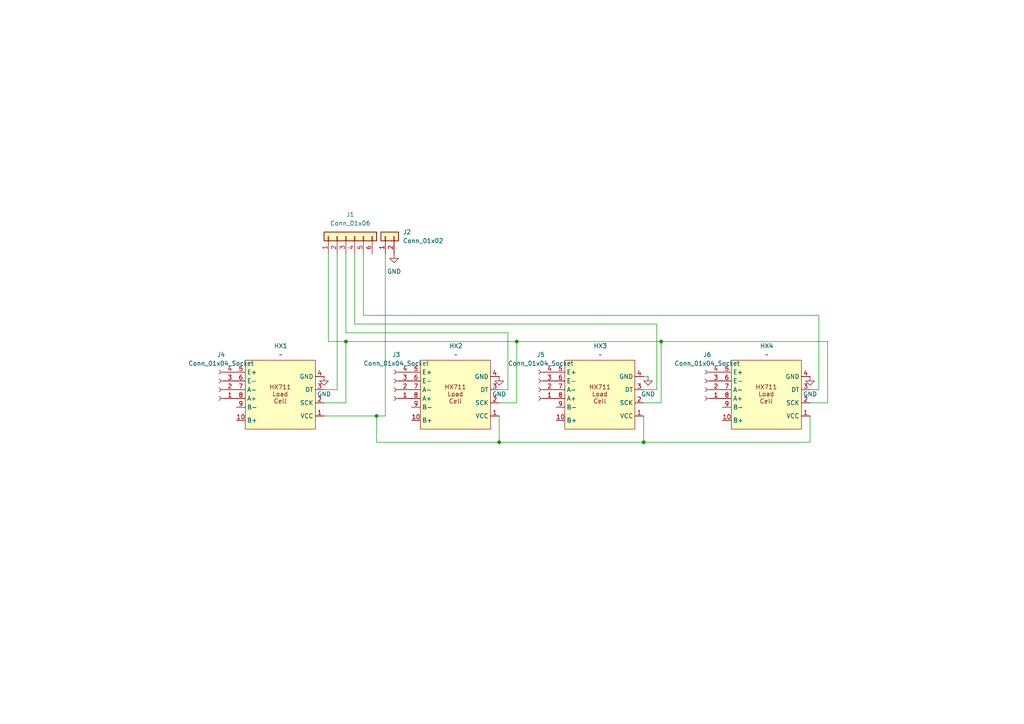
<source format=kicad_sch>
(kicad_sch
	(version 20250114)
	(generator "eeschema")
	(generator_version "9.0")
	(uuid "f8cb88e4-c24b-491c-89e8-578b4014b472")
	(paper "A4")
	(lib_symbols
		(symbol "Arduino Custom:HX711_Load_Cell_Amp_Board"
			(exclude_from_sim no)
			(in_bom yes)
			(on_board yes)
			(property "Reference" "HX711"
				(at 3.81 21.59 0)
				(effects
					(font
						(size 1.27 1.27)
					)
				)
			)
			(property "Value" ""
				(at 0 0 0)
				(effects
					(font
						(size 1.27 1.27)
					)
				)
			)
			(property "Footprint" ""
				(at 0 0 0)
				(effects
					(font
						(size 1.27 1.27)
					)
					(hide yes)
				)
			)
			(property "Datasheet" ""
				(at 0 0 0)
				(effects
					(font
						(size 1.27 1.27)
					)
					(hide yes)
				)
			)
			(property "Description" ""
				(at 0 0 0)
				(effects
					(font
						(size 1.27 1.27)
					)
					(hide yes)
				)
			)
			(symbol "HX711_Load_Cell_Amp_Board_1_1"
				(rectangle
					(start -20.32 20)
					(end 0 0)
					(stroke
						(width 0)
						(type solid)
					)
					(fill
						(type color)
						(color 255 255 194 1)
					)
				)
				(text "HX711\nLoad\nCell"
					(at -10.16 10.16 0)
					(effects
						(font
							(size 1.27 1.27)
						)
					)
				)
				(pin bidirectional line
					(at -22.86 16.51 0)
					(length 2.54)
					(name "E+"
						(effects
							(font
								(size 1.27 1.27)
							)
						)
					)
					(number "5"
						(effects
							(font
								(size 1.27 1.27)
							)
						)
					)
				)
				(pin bidirectional line
					(at -22.86 13.97 0)
					(length 2.54)
					(name "E-"
						(effects
							(font
								(size 1.27 1.27)
							)
						)
					)
					(number "6"
						(effects
							(font
								(size 1.27 1.27)
							)
						)
					)
				)
				(pin bidirectional line
					(at -22.86 11.43 0)
					(length 2.54)
					(name "A-"
						(effects
							(font
								(size 1.27 1.27)
							)
						)
					)
					(number "7"
						(effects
							(font
								(size 1.27 1.27)
							)
						)
					)
				)
				(pin bidirectional line
					(at -22.86 8.89 0)
					(length 2.54)
					(name "A+"
						(effects
							(font
								(size 1.27 1.27)
							)
						)
					)
					(number "8"
						(effects
							(font
								(size 1.27 1.27)
							)
						)
					)
				)
				(pin bidirectional line
					(at -22.86 6.35 0)
					(length 2.54)
					(name "B-"
						(effects
							(font
								(size 1.27 1.27)
							)
						)
					)
					(number "9"
						(effects
							(font
								(size 1.27 1.27)
							)
						)
					)
				)
				(pin bidirectional line
					(at -22.86 2.54 0)
					(length 2.54)
					(name "B+"
						(effects
							(font
								(size 1.27 1.27)
							)
						)
					)
					(number "10"
						(effects
							(font
								(size 1.27 1.27)
							)
						)
					)
				)
				(pin power_in line
					(at 2.54 15.24 180)
					(length 2.54)
					(name "GND"
						(effects
							(font
								(size 1.27 1.27)
							)
						)
					)
					(number "4"
						(effects
							(font
								(size 1.27 1.27)
							)
						)
					)
				)
				(pin bidirectional line
					(at 2.54 11.43 180)
					(length 2.54)
					(name "DT"
						(effects
							(font
								(size 1.27 1.27)
							)
						)
					)
					(number "3"
						(effects
							(font
								(size 1.27 1.27)
							)
						)
					)
				)
				(pin bidirectional line
					(at 2.54 7.62 180)
					(length 2.54)
					(name "SCK"
						(effects
							(font
								(size 1.27 1.27)
							)
						)
					)
					(number "2"
						(effects
							(font
								(size 1.27 1.27)
							)
						)
					)
				)
				(pin power_in line
					(at 2.54 3.81 180)
					(length 2.54)
					(name "VCC"
						(effects
							(font
								(size 1.27 1.27)
							)
						)
					)
					(number "1"
						(effects
							(font
								(size 1.27 1.27)
							)
						)
					)
				)
			)
			(embedded_fonts no)
		)
		(symbol "Connector:Conn_01x04_Socket"
			(pin_names
				(offset 1.016)
				(hide yes)
			)
			(exclude_from_sim no)
			(in_bom yes)
			(on_board yes)
			(property "Reference" "J"
				(at 0 5.08 0)
				(effects
					(font
						(size 1.27 1.27)
					)
				)
			)
			(property "Value" "Conn_01x04_Socket"
				(at 0 -7.62 0)
				(effects
					(font
						(size 1.27 1.27)
					)
				)
			)
			(property "Footprint" ""
				(at 0 0 0)
				(effects
					(font
						(size 1.27 1.27)
					)
					(hide yes)
				)
			)
			(property "Datasheet" "~"
				(at 0 0 0)
				(effects
					(font
						(size 1.27 1.27)
					)
					(hide yes)
				)
			)
			(property "Description" "Generic connector, single row, 01x04, script generated"
				(at 0 0 0)
				(effects
					(font
						(size 1.27 1.27)
					)
					(hide yes)
				)
			)
			(property "ki_locked" ""
				(at 0 0 0)
				(effects
					(font
						(size 1.27 1.27)
					)
				)
			)
			(property "ki_keywords" "connector"
				(at 0 0 0)
				(effects
					(font
						(size 1.27 1.27)
					)
					(hide yes)
				)
			)
			(property "ki_fp_filters" "Connector*:*_1x??_*"
				(at 0 0 0)
				(effects
					(font
						(size 1.27 1.27)
					)
					(hide yes)
				)
			)
			(symbol "Conn_01x04_Socket_1_1"
				(polyline
					(pts
						(xy -1.27 2.54) (xy -0.508 2.54)
					)
					(stroke
						(width 0.1524)
						(type default)
					)
					(fill
						(type none)
					)
				)
				(polyline
					(pts
						(xy -1.27 0) (xy -0.508 0)
					)
					(stroke
						(width 0.1524)
						(type default)
					)
					(fill
						(type none)
					)
				)
				(polyline
					(pts
						(xy -1.27 -2.54) (xy -0.508 -2.54)
					)
					(stroke
						(width 0.1524)
						(type default)
					)
					(fill
						(type none)
					)
				)
				(polyline
					(pts
						(xy -1.27 -5.08) (xy -0.508 -5.08)
					)
					(stroke
						(width 0.1524)
						(type default)
					)
					(fill
						(type none)
					)
				)
				(arc
					(start 0 2.032)
					(mid -0.5058 2.54)
					(end 0 3.048)
					(stroke
						(width 0.1524)
						(type default)
					)
					(fill
						(type none)
					)
				)
				(arc
					(start 0 -0.508)
					(mid -0.5058 0)
					(end 0 0.508)
					(stroke
						(width 0.1524)
						(type default)
					)
					(fill
						(type none)
					)
				)
				(arc
					(start 0 -3.048)
					(mid -0.5058 -2.54)
					(end 0 -2.032)
					(stroke
						(width 0.1524)
						(type default)
					)
					(fill
						(type none)
					)
				)
				(arc
					(start 0 -5.588)
					(mid -0.5058 -5.08)
					(end 0 -4.572)
					(stroke
						(width 0.1524)
						(type default)
					)
					(fill
						(type none)
					)
				)
				(pin passive line
					(at -5.08 2.54 0)
					(length 3.81)
					(name "Pin_1"
						(effects
							(font
								(size 1.27 1.27)
							)
						)
					)
					(number "1"
						(effects
							(font
								(size 1.27 1.27)
							)
						)
					)
				)
				(pin passive line
					(at -5.08 0 0)
					(length 3.81)
					(name "Pin_2"
						(effects
							(font
								(size 1.27 1.27)
							)
						)
					)
					(number "2"
						(effects
							(font
								(size 1.27 1.27)
							)
						)
					)
				)
				(pin passive line
					(at -5.08 -2.54 0)
					(length 3.81)
					(name "Pin_3"
						(effects
							(font
								(size 1.27 1.27)
							)
						)
					)
					(number "3"
						(effects
							(font
								(size 1.27 1.27)
							)
						)
					)
				)
				(pin passive line
					(at -5.08 -5.08 0)
					(length 3.81)
					(name "Pin_4"
						(effects
							(font
								(size 1.27 1.27)
							)
						)
					)
					(number "4"
						(effects
							(font
								(size 1.27 1.27)
							)
						)
					)
				)
			)
			(embedded_fonts no)
		)
		(symbol "Connector_Generic:Conn_01x02"
			(pin_names
				(offset 1.016)
				(hide yes)
			)
			(exclude_from_sim no)
			(in_bom yes)
			(on_board yes)
			(property "Reference" "J"
				(at 0 2.54 0)
				(effects
					(font
						(size 1.27 1.27)
					)
				)
			)
			(property "Value" "Conn_01x02"
				(at 0 -5.08 0)
				(effects
					(font
						(size 1.27 1.27)
					)
				)
			)
			(property "Footprint" ""
				(at 0 0 0)
				(effects
					(font
						(size 1.27 1.27)
					)
					(hide yes)
				)
			)
			(property "Datasheet" "~"
				(at 0 0 0)
				(effects
					(font
						(size 1.27 1.27)
					)
					(hide yes)
				)
			)
			(property "Description" "Generic connector, single row, 01x02, script generated (kicad-library-utils/schlib/autogen/connector/)"
				(at 0 0 0)
				(effects
					(font
						(size 1.27 1.27)
					)
					(hide yes)
				)
			)
			(property "ki_keywords" "connector"
				(at 0 0 0)
				(effects
					(font
						(size 1.27 1.27)
					)
					(hide yes)
				)
			)
			(property "ki_fp_filters" "Connector*:*_1x??_*"
				(at 0 0 0)
				(effects
					(font
						(size 1.27 1.27)
					)
					(hide yes)
				)
			)
			(symbol "Conn_01x02_1_1"
				(rectangle
					(start -1.27 1.27)
					(end 1.27 -3.81)
					(stroke
						(width 0.254)
						(type default)
					)
					(fill
						(type background)
					)
				)
				(rectangle
					(start -1.27 0.127)
					(end 0 -0.127)
					(stroke
						(width 0.1524)
						(type default)
					)
					(fill
						(type none)
					)
				)
				(rectangle
					(start -1.27 -2.413)
					(end 0 -2.667)
					(stroke
						(width 0.1524)
						(type default)
					)
					(fill
						(type none)
					)
				)
				(pin passive line
					(at -5.08 0 0)
					(length 3.81)
					(name "Pin_1"
						(effects
							(font
								(size 1.27 1.27)
							)
						)
					)
					(number "1"
						(effects
							(font
								(size 1.27 1.27)
							)
						)
					)
				)
				(pin passive line
					(at -5.08 -2.54 0)
					(length 3.81)
					(name "Pin_2"
						(effects
							(font
								(size 1.27 1.27)
							)
						)
					)
					(number "2"
						(effects
							(font
								(size 1.27 1.27)
							)
						)
					)
				)
			)
			(embedded_fonts no)
		)
		(symbol "Connector_Generic:Conn_01x06"
			(pin_names
				(offset 1.016)
				(hide yes)
			)
			(exclude_from_sim no)
			(in_bom yes)
			(on_board yes)
			(property "Reference" "J"
				(at 0 7.62 0)
				(effects
					(font
						(size 1.27 1.27)
					)
				)
			)
			(property "Value" "Conn_01x06"
				(at 0 -10.16 0)
				(effects
					(font
						(size 1.27 1.27)
					)
				)
			)
			(property "Footprint" ""
				(at 0 0 0)
				(effects
					(font
						(size 1.27 1.27)
					)
					(hide yes)
				)
			)
			(property "Datasheet" "~"
				(at 0 0 0)
				(effects
					(font
						(size 1.27 1.27)
					)
					(hide yes)
				)
			)
			(property "Description" "Generic connector, single row, 01x06, script generated (kicad-library-utils/schlib/autogen/connector/)"
				(at 0 0 0)
				(effects
					(font
						(size 1.27 1.27)
					)
					(hide yes)
				)
			)
			(property "ki_keywords" "connector"
				(at 0 0 0)
				(effects
					(font
						(size 1.27 1.27)
					)
					(hide yes)
				)
			)
			(property "ki_fp_filters" "Connector*:*_1x??_*"
				(at 0 0 0)
				(effects
					(font
						(size 1.27 1.27)
					)
					(hide yes)
				)
			)
			(symbol "Conn_01x06_1_1"
				(rectangle
					(start -1.27 6.35)
					(end 1.27 -8.89)
					(stroke
						(width 0.254)
						(type default)
					)
					(fill
						(type background)
					)
				)
				(rectangle
					(start -1.27 5.207)
					(end 0 4.953)
					(stroke
						(width 0.1524)
						(type default)
					)
					(fill
						(type none)
					)
				)
				(rectangle
					(start -1.27 2.667)
					(end 0 2.413)
					(stroke
						(width 0.1524)
						(type default)
					)
					(fill
						(type none)
					)
				)
				(rectangle
					(start -1.27 0.127)
					(end 0 -0.127)
					(stroke
						(width 0.1524)
						(type default)
					)
					(fill
						(type none)
					)
				)
				(rectangle
					(start -1.27 -2.413)
					(end 0 -2.667)
					(stroke
						(width 0.1524)
						(type default)
					)
					(fill
						(type none)
					)
				)
				(rectangle
					(start -1.27 -4.953)
					(end 0 -5.207)
					(stroke
						(width 0.1524)
						(type default)
					)
					(fill
						(type none)
					)
				)
				(rectangle
					(start -1.27 -7.493)
					(end 0 -7.747)
					(stroke
						(width 0.1524)
						(type default)
					)
					(fill
						(type none)
					)
				)
				(pin passive line
					(at -5.08 5.08 0)
					(length 3.81)
					(name "Pin_1"
						(effects
							(font
								(size 1.27 1.27)
							)
						)
					)
					(number "1"
						(effects
							(font
								(size 1.27 1.27)
							)
						)
					)
				)
				(pin passive line
					(at -5.08 2.54 0)
					(length 3.81)
					(name "Pin_2"
						(effects
							(font
								(size 1.27 1.27)
							)
						)
					)
					(number "2"
						(effects
							(font
								(size 1.27 1.27)
							)
						)
					)
				)
				(pin passive line
					(at -5.08 0 0)
					(length 3.81)
					(name "Pin_3"
						(effects
							(font
								(size 1.27 1.27)
							)
						)
					)
					(number "3"
						(effects
							(font
								(size 1.27 1.27)
							)
						)
					)
				)
				(pin passive line
					(at -5.08 -2.54 0)
					(length 3.81)
					(name "Pin_4"
						(effects
							(font
								(size 1.27 1.27)
							)
						)
					)
					(number "4"
						(effects
							(font
								(size 1.27 1.27)
							)
						)
					)
				)
				(pin passive line
					(at -5.08 -5.08 0)
					(length 3.81)
					(name "Pin_5"
						(effects
							(font
								(size 1.27 1.27)
							)
						)
					)
					(number "5"
						(effects
							(font
								(size 1.27 1.27)
							)
						)
					)
				)
				(pin passive line
					(at -5.08 -7.62 0)
					(length 3.81)
					(name "Pin_6"
						(effects
							(font
								(size 1.27 1.27)
							)
						)
					)
					(number "6"
						(effects
							(font
								(size 1.27 1.27)
							)
						)
					)
				)
			)
			(embedded_fonts no)
		)
		(symbol "power:GND"
			(power)
			(pin_numbers
				(hide yes)
			)
			(pin_names
				(offset 0)
				(hide yes)
			)
			(exclude_from_sim no)
			(in_bom yes)
			(on_board yes)
			(property "Reference" "#PWR"
				(at 0 -6.35 0)
				(effects
					(font
						(size 1.27 1.27)
					)
					(hide yes)
				)
			)
			(property "Value" "GND"
				(at 0 -3.81 0)
				(effects
					(font
						(size 1.27 1.27)
					)
				)
			)
			(property "Footprint" ""
				(at 0 0 0)
				(effects
					(font
						(size 1.27 1.27)
					)
					(hide yes)
				)
			)
			(property "Datasheet" ""
				(at 0 0 0)
				(effects
					(font
						(size 1.27 1.27)
					)
					(hide yes)
				)
			)
			(property "Description" "Power symbol creates a global label with name \"GND\" , ground"
				(at 0 0 0)
				(effects
					(font
						(size 1.27 1.27)
					)
					(hide yes)
				)
			)
			(property "ki_keywords" "global power"
				(at 0 0 0)
				(effects
					(font
						(size 1.27 1.27)
					)
					(hide yes)
				)
			)
			(symbol "GND_0_1"
				(polyline
					(pts
						(xy 0 0) (xy 0 -1.27) (xy 1.27 -1.27) (xy 0 -2.54) (xy -1.27 -1.27) (xy 0 -1.27)
					)
					(stroke
						(width 0)
						(type default)
					)
					(fill
						(type none)
					)
				)
			)
			(symbol "GND_1_1"
				(pin power_in line
					(at 0 0 270)
					(length 0)
					(name "~"
						(effects
							(font
								(size 1.27 1.27)
							)
						)
					)
					(number "1"
						(effects
							(font
								(size 1.27 1.27)
							)
						)
					)
				)
			)
			(embedded_fonts no)
		)
	)
	(junction
		(at 191.77 99.06)
		(diameter 0)
		(color 0 0 0 0)
		(uuid "3a06e345-444a-449a-86d6-3d30a5bfc164")
	)
	(junction
		(at 186.69 128.27)
		(diameter 0)
		(color 0 0 0 0)
		(uuid "41ce27e1-cad6-4732-8f39-75016b9559ee")
	)
	(junction
		(at 109.22 120.65)
		(diameter 0)
		(color 0 0 0 0)
		(uuid "77d24087-0903-43b1-b5fc-6caeb07c779f")
	)
	(junction
		(at 144.78 128.27)
		(diameter 0)
		(color 0 0 0 0)
		(uuid "9f54e85c-533f-428e-9a47-faa1750a8f33")
	)
	(junction
		(at 100.33 99.06)
		(diameter 0)
		(color 0 0 0 0)
		(uuid "ba79cf11-8e9c-4c6d-9b47-830205dd37f2")
	)
	(junction
		(at 149.86 99.06)
		(diameter 0)
		(color 0 0 0 0)
		(uuid "fabce8d3-c162-4c92-9fbe-90f06865c23a")
	)
	(wire
		(pts
			(xy 97.79 113.03) (xy 97.79 73.66)
		)
		(stroke
			(width 0)
			(type default)
		)
		(uuid "00ab46da-7887-4eb0-957f-b45dd0953623")
	)
	(wire
		(pts
			(xy 95.25 99.06) (xy 95.25 73.66)
		)
		(stroke
			(width 0)
			(type default)
		)
		(uuid "16214fb6-ad2e-4951-a674-cfa99bbcabdf")
	)
	(wire
		(pts
			(xy 237.49 91.44) (xy 105.41 91.44)
		)
		(stroke
			(width 0)
			(type default)
		)
		(uuid "16fe8e0c-3857-4cd8-842a-faaf16b1e8d9")
	)
	(wire
		(pts
			(xy 234.95 120.65) (xy 234.95 128.27)
		)
		(stroke
			(width 0)
			(type default)
		)
		(uuid "1fc9795f-bee5-4206-abbf-b31dc8be2b70")
	)
	(wire
		(pts
			(xy 100.33 96.52) (xy 100.33 73.66)
		)
		(stroke
			(width 0)
			(type default)
		)
		(uuid "2378ecde-45e3-448c-97b8-e059edd3d1d4")
	)
	(wire
		(pts
			(xy 105.41 91.44) (xy 105.41 73.66)
		)
		(stroke
			(width 0)
			(type default)
		)
		(uuid "3a99fd17-2783-420c-b16e-08691ac36da9")
	)
	(wire
		(pts
			(xy 234.95 128.27) (xy 186.69 128.27)
		)
		(stroke
			(width 0)
			(type default)
		)
		(uuid "3b7b0213-4268-4c15-97e7-f7d12dd38e68")
	)
	(wire
		(pts
			(xy 186.69 109.22) (xy 187.96 109.22)
		)
		(stroke
			(width 0)
			(type default)
		)
		(uuid "4033b8f8-1bbe-4dcb-9435-1790fbc96f87")
	)
	(wire
		(pts
			(xy 190.5 113.03) (xy 190.5 93.98)
		)
		(stroke
			(width 0)
			(type default)
		)
		(uuid "499241df-8a94-4cdf-8d56-0727a067531b")
	)
	(wire
		(pts
			(xy 191.77 99.06) (xy 149.86 99.06)
		)
		(stroke
			(width 0)
			(type default)
		)
		(uuid "4fdf9890-30da-4c5c-afc0-81925487d4d3")
	)
	(wire
		(pts
			(xy 190.5 93.98) (xy 102.87 93.98)
		)
		(stroke
			(width 0)
			(type default)
		)
		(uuid "56ced305-e7f6-41e5-b77b-2536762a3136")
	)
	(wire
		(pts
			(xy 109.22 128.27) (xy 144.78 128.27)
		)
		(stroke
			(width 0)
			(type default)
		)
		(uuid "570e5d0f-5617-486c-90d1-807712592c7f")
	)
	(wire
		(pts
			(xy 191.77 116.84) (xy 191.77 99.06)
		)
		(stroke
			(width 0)
			(type default)
		)
		(uuid "64ebc624-7790-4d31-a48b-6f3d575e3c89")
	)
	(wire
		(pts
			(xy 100.33 116.84) (xy 100.33 99.06)
		)
		(stroke
			(width 0)
			(type default)
		)
		(uuid "67922145-4a7f-442e-84c1-b3425469d2ec")
	)
	(wire
		(pts
			(xy 237.49 113.03) (xy 237.49 91.44)
		)
		(stroke
			(width 0)
			(type default)
		)
		(uuid "6e365b00-a59a-4316-89f9-c78315454deb")
	)
	(wire
		(pts
			(xy 109.22 128.27) (xy 109.22 120.65)
		)
		(stroke
			(width 0)
			(type default)
		)
		(uuid "74cc19a4-cd87-418f-980e-39e35c069b38")
	)
	(wire
		(pts
			(xy 186.69 113.03) (xy 190.5 113.03)
		)
		(stroke
			(width 0)
			(type default)
		)
		(uuid "754d8335-22a9-4702-b34d-7caad89b4565")
	)
	(wire
		(pts
			(xy 111.76 120.65) (xy 109.22 120.65)
		)
		(stroke
			(width 0)
			(type default)
		)
		(uuid "884b0455-7a09-4c35-92ce-047d6308e280")
	)
	(wire
		(pts
			(xy 234.95 116.84) (xy 240.03 116.84)
		)
		(stroke
			(width 0)
			(type default)
		)
		(uuid "9bca655c-07ea-470b-9f5c-b0c1f37fca66")
	)
	(wire
		(pts
			(xy 144.78 113.03) (xy 147.32 113.03)
		)
		(stroke
			(width 0)
			(type default)
		)
		(uuid "9d2549c7-7067-4239-93ed-8e3a919d5f00")
	)
	(wire
		(pts
			(xy 93.98 116.84) (xy 100.33 116.84)
		)
		(stroke
			(width 0)
			(type default)
		)
		(uuid "a185ae30-ed56-4c52-97f1-5864eac2dbe5")
	)
	(wire
		(pts
			(xy 240.03 116.84) (xy 240.03 99.06)
		)
		(stroke
			(width 0)
			(type default)
		)
		(uuid "a742f3c4-d085-449e-b7d6-24bb60d8b51d")
	)
	(wire
		(pts
			(xy 109.22 120.65) (xy 93.98 120.65)
		)
		(stroke
			(width 0)
			(type default)
		)
		(uuid "abf45839-fe1f-4b17-a3f7-9bed1da016cd")
	)
	(wire
		(pts
			(xy 93.98 113.03) (xy 97.79 113.03)
		)
		(stroke
			(width 0)
			(type default)
		)
		(uuid "b2acf04a-0f87-417c-8f52-3fa7fa3c12f0")
	)
	(wire
		(pts
			(xy 111.76 73.66) (xy 111.76 120.65)
		)
		(stroke
			(width 0)
			(type default)
		)
		(uuid "b7568fc2-68e9-4165-94d8-97520ee3f66b")
	)
	(wire
		(pts
			(xy 147.32 96.52) (xy 100.33 96.52)
		)
		(stroke
			(width 0)
			(type default)
		)
		(uuid "babb3276-a28c-4c8f-89b3-f24d2d9438eb")
	)
	(wire
		(pts
			(xy 144.78 116.84) (xy 149.86 116.84)
		)
		(stroke
			(width 0)
			(type default)
		)
		(uuid "c85ed2ae-b2d7-4efd-84c8-a8c1cf5678d7")
	)
	(wire
		(pts
			(xy 102.87 93.98) (xy 102.87 73.66)
		)
		(stroke
			(width 0)
			(type default)
		)
		(uuid "cd3ba972-1984-4ab4-af7b-d4a11519568e")
	)
	(wire
		(pts
			(xy 100.33 99.06) (xy 149.86 99.06)
		)
		(stroke
			(width 0)
			(type default)
		)
		(uuid "cf2dc052-0048-4437-9760-17b981ce3f34")
	)
	(wire
		(pts
			(xy 234.95 113.03) (xy 237.49 113.03)
		)
		(stroke
			(width 0)
			(type default)
		)
		(uuid "d7d88a2d-67eb-4f3c-af05-c4bde9e2e9d7")
	)
	(wire
		(pts
			(xy 100.33 99.06) (xy 95.25 99.06)
		)
		(stroke
			(width 0)
			(type default)
		)
		(uuid "dbd0c10c-5ff0-4372-bf9c-1c933b0be5fe")
	)
	(wire
		(pts
			(xy 144.78 120.65) (xy 144.78 128.27)
		)
		(stroke
			(width 0)
			(type default)
		)
		(uuid "df7639d4-afbe-43b7-a32f-2ec740ee5cd1")
	)
	(wire
		(pts
			(xy 186.69 116.84) (xy 191.77 116.84)
		)
		(stroke
			(width 0)
			(type default)
		)
		(uuid "e1f92f03-5399-401c-ab11-ed49de85763b")
	)
	(wire
		(pts
			(xy 186.69 120.65) (xy 186.69 128.27)
		)
		(stroke
			(width 0)
			(type default)
		)
		(uuid "e8c40f6f-40b8-48e4-be90-aa5cca7790a2")
	)
	(wire
		(pts
			(xy 240.03 99.06) (xy 191.77 99.06)
		)
		(stroke
			(width 0)
			(type default)
		)
		(uuid "eca52ac9-e09b-49d3-8576-c70c32bbce9b")
	)
	(wire
		(pts
			(xy 186.69 128.27) (xy 144.78 128.27)
		)
		(stroke
			(width 0)
			(type default)
		)
		(uuid "f4b6e79e-c816-4878-b517-ef3f3a406fdc")
	)
	(wire
		(pts
			(xy 147.32 113.03) (xy 147.32 96.52)
		)
		(stroke
			(width 0)
			(type default)
		)
		(uuid "fb6afd93-8956-4bee-8f52-366d22d76fb3")
	)
	(wire
		(pts
			(xy 149.86 116.84) (xy 149.86 99.06)
		)
		(stroke
			(width 0)
			(type default)
		)
		(uuid "ffec7a9b-fde9-4498-9831-792442329a66")
	)
	(symbol
		(lib_id "Connector_Generic:Conn_01x02")
		(at 111.76 68.58 90)
		(unit 1)
		(exclude_from_sim no)
		(in_bom yes)
		(on_board yes)
		(dnp no)
		(fields_autoplaced yes)
		(uuid "020e227d-705c-4056-b2b4-801a5cd98ce3")
		(property "Reference" "J2"
			(at 116.84 67.3099 90)
			(effects
				(font
					(size 1.27 1.27)
				)
				(justify right)
			)
		)
		(property "Value" "Conn_01x02"
			(at 116.84 69.8499 90)
			(effects
				(font
					(size 1.27 1.27)
				)
				(justify right)
			)
		)
		(property "Footprint" "Connector_JST:JST_XH_B2B-XH-A_1x02_P2.50mm_Vertical"
			(at 111.76 68.58 0)
			(effects
				(font
					(size 1.27 1.27)
				)
				(hide yes)
			)
		)
		(property "Datasheet" "~"
			(at 111.76 68.58 0)
			(effects
				(font
					(size 1.27 1.27)
				)
				(hide yes)
			)
		)
		(property "Description" "Generic connector, single row, 01x02, script generated (kicad-library-utils/schlib/autogen/connector/)"
			(at 111.76 68.58 0)
			(effects
				(font
					(size 1.27 1.27)
				)
				(hide yes)
			)
		)
		(pin "2"
			(uuid "5e72e21f-287c-4f19-af15-395c3d43a1a5")
		)
		(pin "1"
			(uuid "9ade9616-469a-4bfd-bf09-0530164eab36")
		)
		(instances
			(project ""
				(path "/f8cb88e4-c24b-491c-89e8-578b4014b472"
					(reference "J2")
					(unit 1)
				)
			)
		)
	)
	(symbol
		(lib_id "power:GND")
		(at 234.95 109.22 0)
		(unit 1)
		(exclude_from_sim no)
		(in_bom yes)
		(on_board yes)
		(dnp no)
		(fields_autoplaced yes)
		(uuid "151e106d-d87a-4a0c-80d8-113f0210cff7")
		(property "Reference" "#PWR04"
			(at 234.95 115.57 0)
			(effects
				(font
					(size 1.27 1.27)
				)
				(hide yes)
			)
		)
		(property "Value" "GND"
			(at 234.95 114.3 0)
			(effects
				(font
					(size 1.27 1.27)
				)
			)
		)
		(property "Footprint" ""
			(at 234.95 109.22 0)
			(effects
				(font
					(size 1.27 1.27)
				)
				(hide yes)
			)
		)
		(property "Datasheet" ""
			(at 234.95 109.22 0)
			(effects
				(font
					(size 1.27 1.27)
				)
				(hide yes)
			)
		)
		(property "Description" "Power symbol creates a global label with name \"GND\" , ground"
			(at 234.95 109.22 0)
			(effects
				(font
					(size 1.27 1.27)
				)
				(hide yes)
			)
		)
		(pin "1"
			(uuid "f937d978-fa0e-47da-b27e-6facd575f359")
		)
		(instances
			(project "Load Cell Amp Board"
				(path "/f8cb88e4-c24b-491c-89e8-578b4014b472"
					(reference "#PWR04")
					(unit 1)
				)
			)
		)
	)
	(symbol
		(lib_id "Connector:Conn_01x04_Socket")
		(at 63.5 113.03 180)
		(unit 1)
		(exclude_from_sim no)
		(in_bom yes)
		(on_board yes)
		(dnp no)
		(fields_autoplaced yes)
		(uuid "2276927f-0a12-4382-af40-75a6f12a2b87")
		(property "Reference" "J4"
			(at 64.135 102.87 0)
			(effects
				(font
					(size 1.27 1.27)
				)
			)
		)
		(property "Value" "Conn_01x04_Socket"
			(at 64.135 105.41 0)
			(effects
				(font
					(size 1.27 1.27)
				)
			)
		)
		(property "Footprint" "Connector_Molex:Molex_Micro-Fit_3.0_43045-0412_2x02_P3.00mm_Vertical"
			(at 63.5 113.03 0)
			(effects
				(font
					(size 1.27 1.27)
				)
				(hide yes)
			)
		)
		(property "Datasheet" "~"
			(at 63.5 113.03 0)
			(effects
				(font
					(size 1.27 1.27)
				)
				(hide yes)
			)
		)
		(property "Description" "Generic connector, single row, 01x04, script generated"
			(at 63.5 113.03 0)
			(effects
				(font
					(size 1.27 1.27)
				)
				(hide yes)
			)
		)
		(pin "1"
			(uuid "15b3e454-19d9-4449-a5c1-4566e4b18c40")
		)
		(pin "2"
			(uuid "f3d33530-8c81-4d9a-a528-267e53b05ab0")
		)
		(pin "3"
			(uuid "5838b76c-2a67-4b11-a26c-a1f226da9e25")
		)
		(pin "4"
			(uuid "47b94de6-d8f7-4907-b46e-3a1773a3320e")
		)
		(instances
			(project "Load Cell Amp Board"
				(path "/f8cb88e4-c24b-491c-89e8-578b4014b472"
					(reference "J4")
					(unit 1)
				)
			)
		)
	)
	(symbol
		(lib_id "power:GND")
		(at 144.78 109.22 0)
		(unit 1)
		(exclude_from_sim no)
		(in_bom yes)
		(on_board yes)
		(dnp no)
		(fields_autoplaced yes)
		(uuid "2e5214d3-e684-42ec-8062-b5274222c314")
		(property "Reference" "#PWR02"
			(at 144.78 115.57 0)
			(effects
				(font
					(size 1.27 1.27)
				)
				(hide yes)
			)
		)
		(property "Value" "GND"
			(at 144.78 114.3 0)
			(effects
				(font
					(size 1.27 1.27)
				)
			)
		)
		(property "Footprint" ""
			(at 144.78 109.22 0)
			(effects
				(font
					(size 1.27 1.27)
				)
				(hide yes)
			)
		)
		(property "Datasheet" ""
			(at 144.78 109.22 0)
			(effects
				(font
					(size 1.27 1.27)
				)
				(hide yes)
			)
		)
		(property "Description" "Power symbol creates a global label with name \"GND\" , ground"
			(at 144.78 109.22 0)
			(effects
				(font
					(size 1.27 1.27)
				)
				(hide yes)
			)
		)
		(pin "1"
			(uuid "ad42ec5f-f0f6-4b95-9ada-b055eb70c47c")
		)
		(instances
			(project "Load Cell Amp Board"
				(path "/f8cb88e4-c24b-491c-89e8-578b4014b472"
					(reference "#PWR02")
					(unit 1)
				)
			)
		)
	)
	(symbol
		(lib_id "Connector_Generic:Conn_01x06")
		(at 100.33 68.58 90)
		(unit 1)
		(exclude_from_sim no)
		(in_bom yes)
		(on_board yes)
		(dnp no)
		(fields_autoplaced yes)
		(uuid "318cf4a6-1463-4265-9923-9a77f5235f33")
		(property "Reference" "J1"
			(at 101.6 62.23 90)
			(effects
				(font
					(size 1.27 1.27)
				)
			)
		)
		(property "Value" "Conn_01x06"
			(at 101.6 64.77 90)
			(effects
				(font
					(size 1.27 1.27)
				)
			)
		)
		(property "Footprint" "Connector_Molex:Molex_Micro-Fit_3.0_43650-0619_1x06_P3.00mm_Vertical"
			(at 100.33 68.58 0)
			(effects
				(font
					(size 1.27 1.27)
				)
				(hide yes)
			)
		)
		(property "Datasheet" "~"
			(at 100.33 68.58 0)
			(effects
				(font
					(size 1.27 1.27)
				)
				(hide yes)
			)
		)
		(property "Description" "Generic connector, single row, 01x06, script generated (kicad-library-utils/schlib/autogen/connector/)"
			(at 100.33 68.58 0)
			(effects
				(font
					(size 1.27 1.27)
				)
				(hide yes)
			)
		)
		(pin "3"
			(uuid "2fe4c919-6734-4122-8a7f-92d47cc6407a")
		)
		(pin "6"
			(uuid "028f2fed-5509-4411-ba94-7938b73b6935")
		)
		(pin "5"
			(uuid "f0925f68-b06c-4a4d-a11e-f52f93982185")
		)
		(pin "2"
			(uuid "0584c5c0-95d2-41d5-8415-28e8f925f9ae")
		)
		(pin "4"
			(uuid "d5852dcf-3506-4feb-8afc-45c7f9b2ce96")
		)
		(pin "1"
			(uuid "b520fb37-b38d-40b6-ab94-df297c8b165b")
		)
		(instances
			(project ""
				(path "/f8cb88e4-c24b-491c-89e8-578b4014b472"
					(reference "J1")
					(unit 1)
				)
			)
		)
	)
	(symbol
		(lib_id "power:GND")
		(at 187.96 109.22 0)
		(unit 1)
		(exclude_from_sim no)
		(in_bom yes)
		(on_board yes)
		(dnp no)
		(fields_autoplaced yes)
		(uuid "3358cc9a-423e-415c-af3a-a629a2b3bea5")
		(property "Reference" "#PWR03"
			(at 187.96 115.57 0)
			(effects
				(font
					(size 1.27 1.27)
				)
				(hide yes)
			)
		)
		(property "Value" "GND"
			(at 187.96 114.3 0)
			(effects
				(font
					(size 1.27 1.27)
				)
			)
		)
		(property "Footprint" ""
			(at 187.96 109.22 0)
			(effects
				(font
					(size 1.27 1.27)
				)
				(hide yes)
			)
		)
		(property "Datasheet" ""
			(at 187.96 109.22 0)
			(effects
				(font
					(size 1.27 1.27)
				)
				(hide yes)
			)
		)
		(property "Description" "Power symbol creates a global label with name \"GND\" , ground"
			(at 187.96 109.22 0)
			(effects
				(font
					(size 1.27 1.27)
				)
				(hide yes)
			)
		)
		(pin "1"
			(uuid "ec171556-ad10-4ff2-a35e-6a53c9ddf825")
		)
		(instances
			(project "Load Cell Amp Board"
				(path "/f8cb88e4-c24b-491c-89e8-578b4014b472"
					(reference "#PWR03")
					(unit 1)
				)
			)
		)
	)
	(symbol
		(lib_id "Connector:Conn_01x04_Socket")
		(at 156.21 113.03 180)
		(unit 1)
		(exclude_from_sim no)
		(in_bom yes)
		(on_board yes)
		(dnp no)
		(fields_autoplaced yes)
		(uuid "4338c9ab-2a66-45d2-bd18-d922927c0b23")
		(property "Reference" "J5"
			(at 156.845 102.87 0)
			(effects
				(font
					(size 1.27 1.27)
				)
			)
		)
		(property "Value" "Conn_01x04_Socket"
			(at 156.845 105.41 0)
			(effects
				(font
					(size 1.27 1.27)
				)
			)
		)
		(property "Footprint" "Connector_Molex:Molex_Micro-Fit_3.0_43045-0412_2x02_P3.00mm_Vertical"
			(at 156.21 113.03 0)
			(effects
				(font
					(size 1.27 1.27)
				)
				(hide yes)
			)
		)
		(property "Datasheet" "~"
			(at 156.21 113.03 0)
			(effects
				(font
					(size 1.27 1.27)
				)
				(hide yes)
			)
		)
		(property "Description" "Generic connector, single row, 01x04, script generated"
			(at 156.21 113.03 0)
			(effects
				(font
					(size 1.27 1.27)
				)
				(hide yes)
			)
		)
		(pin "1"
			(uuid "22690298-3c74-4fdb-9baf-e90912a416aa")
		)
		(pin "2"
			(uuid "230abc5a-bf32-4943-bda3-c9b140550f90")
		)
		(pin "3"
			(uuid "de50837f-ac6a-4cf5-b88a-4a2d173ce778")
		)
		(pin "4"
			(uuid "e109cb4d-ebb3-400d-a79e-3120b156750a")
		)
		(instances
			(project "Load Cell Amp Board"
				(path "/f8cb88e4-c24b-491c-89e8-578b4014b472"
					(reference "J5")
					(unit 1)
				)
			)
		)
	)
	(symbol
		(lib_id "Arduino Custom:HX711_Load_Cell_Amp_Board")
		(at 184.15 124.46 0)
		(unit 1)
		(exclude_from_sim no)
		(in_bom yes)
		(on_board yes)
		(dnp no)
		(fields_autoplaced yes)
		(uuid "57655621-74d8-455c-b172-4146526a0fb2")
		(property "Reference" "HX3"
			(at 174.12 100.33 0)
			(effects
				(font
					(size 1.27 1.27)
				)
			)
		)
		(property "Value" "~"
			(at 174.12 102.87 0)
			(effects
				(font
					(size 1.27 1.27)
				)
			)
		)
		(property "Footprint" "_Arduino_Custom:HX711 Load Cell Amp Board"
			(at 184.15 124.46 0)
			(effects
				(font
					(size 1.27 1.27)
				)
				(hide yes)
			)
		)
		(property "Datasheet" ""
			(at 184.15 124.46 0)
			(effects
				(font
					(size 1.27 1.27)
				)
				(hide yes)
			)
		)
		(property "Description" ""
			(at 184.15 124.46 0)
			(effects
				(font
					(size 1.27 1.27)
				)
				(hide yes)
			)
		)
		(pin "3"
			(uuid "1e208047-73d6-43c6-be05-1b9c5f7d2f47")
		)
		(pin "7"
			(uuid "d1e92901-7656-41c3-a26b-5addb1bc0d73")
		)
		(pin "8"
			(uuid "e669c22d-b8af-4b52-a20b-28b74aa0f81c")
		)
		(pin "10"
			(uuid "29a98dc8-71e6-4577-9a1d-4ba7ccf52433")
		)
		(pin "4"
			(uuid "44f96cda-0a7b-44e7-8306-8b9efca354f2")
		)
		(pin "2"
			(uuid "75c02d73-af7f-44a8-b959-be94073bf7cc")
		)
		(pin "6"
			(uuid "a6be8f05-bab7-45b8-bc2a-18c685e1c087")
		)
		(pin "5"
			(uuid "0aeada8e-9341-4ea7-a01a-a23e3d6ca94c")
		)
		(pin "9"
			(uuid "d2d96437-a041-4acd-bf28-eb30b513e411")
		)
		(pin "1"
			(uuid "79c2d92c-559f-4447-8c2b-9daf12c0e258")
		)
		(instances
			(project "Load Cell Amp Board"
				(path "/f8cb88e4-c24b-491c-89e8-578b4014b472"
					(reference "HX3")
					(unit 1)
				)
			)
		)
	)
	(symbol
		(lib_id "Arduino Custom:HX711_Load_Cell_Amp_Board")
		(at 142.24 124.46 0)
		(unit 1)
		(exclude_from_sim no)
		(in_bom yes)
		(on_board yes)
		(dnp no)
		(fields_autoplaced yes)
		(uuid "74092959-2af5-4234-bf4e-963fe0e93a21")
		(property "Reference" "HX2"
			(at 132.21 100.33 0)
			(effects
				(font
					(size 1.27 1.27)
				)
			)
		)
		(property "Value" "~"
			(at 132.21 102.87 0)
			(effects
				(font
					(size 1.27 1.27)
				)
			)
		)
		(property "Footprint" "_Arduino_Custom:HX711 Load Cell Amp Board"
			(at 142.24 124.46 0)
			(effects
				(font
					(size 1.27 1.27)
				)
				(hide yes)
			)
		)
		(property "Datasheet" ""
			(at 142.24 124.46 0)
			(effects
				(font
					(size 1.27 1.27)
				)
				(hide yes)
			)
		)
		(property "Description" ""
			(at 142.24 124.46 0)
			(effects
				(font
					(size 1.27 1.27)
				)
				(hide yes)
			)
		)
		(pin "3"
			(uuid "2bd32369-0f9a-4f3e-9d9f-2213a1a93488")
		)
		(pin "7"
			(uuid "a098a8a1-44e7-45b5-b7b7-fd1bfeae1dd6")
		)
		(pin "8"
			(uuid "91bd382b-f480-4df1-890d-1dd66637b726")
		)
		(pin "10"
			(uuid "4639e8f5-3850-4ec4-8173-524908a69a26")
		)
		(pin "4"
			(uuid "7ec06a51-df1c-4cfd-ba5c-87b02feccb5b")
		)
		(pin "2"
			(uuid "3bfc85da-983d-41b7-8670-a8d43cf9c81e")
		)
		(pin "6"
			(uuid "fd4a571f-b6a4-4c45-bbc8-5759c0e85513")
		)
		(pin "5"
			(uuid "50f3a918-680f-4588-891f-9d2310e46824")
		)
		(pin "9"
			(uuid "c45d181b-d9a3-44d3-b07e-02dfa936eba1")
		)
		(pin "1"
			(uuid "8de66ba0-7294-4706-b35c-64fd294bd68f")
		)
		(instances
			(project "Load Cell Amp Board"
				(path "/f8cb88e4-c24b-491c-89e8-578b4014b472"
					(reference "HX2")
					(unit 1)
				)
			)
		)
	)
	(symbol
		(lib_id "Connector:Conn_01x04_Socket")
		(at 204.47 113.03 180)
		(unit 1)
		(exclude_from_sim no)
		(in_bom yes)
		(on_board yes)
		(dnp no)
		(fields_autoplaced yes)
		(uuid "7ea2626a-a242-4ad8-9a87-b89d4b9240cc")
		(property "Reference" "J6"
			(at 205.105 102.87 0)
			(effects
				(font
					(size 1.27 1.27)
				)
			)
		)
		(property "Value" "Conn_01x04_Socket"
			(at 205.105 105.41 0)
			(effects
				(font
					(size 1.27 1.27)
				)
			)
		)
		(property "Footprint" "Connector_Molex:Molex_Micro-Fit_3.0_43045-0412_2x02_P3.00mm_Vertical"
			(at 204.47 113.03 0)
			(effects
				(font
					(size 1.27 1.27)
				)
				(hide yes)
			)
		)
		(property "Datasheet" "~"
			(at 204.47 113.03 0)
			(effects
				(font
					(size 1.27 1.27)
				)
				(hide yes)
			)
		)
		(property "Description" "Generic connector, single row, 01x04, script generated"
			(at 204.47 113.03 0)
			(effects
				(font
					(size 1.27 1.27)
				)
				(hide yes)
			)
		)
		(pin "1"
			(uuid "12796462-4490-46a7-972d-a626a52f0fcc")
		)
		(pin "2"
			(uuid "b205c103-de0e-42c0-9f22-1f4e82a1c2e9")
		)
		(pin "3"
			(uuid "a10b7b00-60fc-4aaa-a2ef-97781f77c412")
		)
		(pin "4"
			(uuid "d11af51d-2c11-46de-9911-de63784b5408")
		)
		(instances
			(project "Load Cell Amp Board"
				(path "/f8cb88e4-c24b-491c-89e8-578b4014b472"
					(reference "J6")
					(unit 1)
				)
			)
		)
	)
	(symbol
		(lib_id "power:GND")
		(at 114.3 73.66 0)
		(unit 1)
		(exclude_from_sim no)
		(in_bom yes)
		(on_board yes)
		(dnp no)
		(fields_autoplaced yes)
		(uuid "9545670a-95ce-4903-9ab4-d64aa2d88079")
		(property "Reference" "#PWR05"
			(at 114.3 80.01 0)
			(effects
				(font
					(size 1.27 1.27)
				)
				(hide yes)
			)
		)
		(property "Value" "GND"
			(at 114.3 78.74 0)
			(effects
				(font
					(size 1.27 1.27)
				)
			)
		)
		(property "Footprint" ""
			(at 114.3 73.66 0)
			(effects
				(font
					(size 1.27 1.27)
				)
				(hide yes)
			)
		)
		(property "Datasheet" ""
			(at 114.3 73.66 0)
			(effects
				(font
					(size 1.27 1.27)
				)
				(hide yes)
			)
		)
		(property "Description" "Power symbol creates a global label with name \"GND\" , ground"
			(at 114.3 73.66 0)
			(effects
				(font
					(size 1.27 1.27)
				)
				(hide yes)
			)
		)
		(pin "1"
			(uuid "2cba1f26-6fa7-4e97-8ee7-28093af9cd07")
		)
		(instances
			(project "Load Cell Amp Board"
				(path "/f8cb88e4-c24b-491c-89e8-578b4014b472"
					(reference "#PWR05")
					(unit 1)
				)
			)
		)
	)
	(symbol
		(lib_id "Arduino Custom:HX711_Load_Cell_Amp_Board")
		(at 232.41 124.46 0)
		(unit 1)
		(exclude_from_sim no)
		(in_bom yes)
		(on_board yes)
		(dnp no)
		(fields_autoplaced yes)
		(uuid "aa2f74c7-60c3-4ff2-89d2-7d4097c24a5c")
		(property "Reference" "HX4"
			(at 222.38 100.33 0)
			(effects
				(font
					(size 1.27 1.27)
				)
			)
		)
		(property "Value" "~"
			(at 222.38 102.87 0)
			(effects
				(font
					(size 1.27 1.27)
				)
			)
		)
		(property "Footprint" "_Arduino_Custom:HX711 Load Cell Amp Board"
			(at 232.41 124.46 0)
			(effects
				(font
					(size 1.27 1.27)
				)
				(hide yes)
			)
		)
		(property "Datasheet" ""
			(at 232.41 124.46 0)
			(effects
				(font
					(size 1.27 1.27)
				)
				(hide yes)
			)
		)
		(property "Description" ""
			(at 232.41 124.46 0)
			(effects
				(font
					(size 1.27 1.27)
				)
				(hide yes)
			)
		)
		(pin "3"
			(uuid "7926cf32-e876-4437-bde4-9d8fd9a8994f")
		)
		(pin "7"
			(uuid "602dc2d1-0152-489e-8717-1f5b51f50437")
		)
		(pin "8"
			(uuid "7c07a73b-0d5a-44a2-8319-bb1821262972")
		)
		(pin "10"
			(uuid "7efdbedb-4dc6-461c-80e2-e21de8eccbe4")
		)
		(pin "4"
			(uuid "e1a7e042-ac44-4b43-aec2-f25606ba75e4")
		)
		(pin "2"
			(uuid "331327a1-01c0-46c0-b82f-e2d507923547")
		)
		(pin "6"
			(uuid "4c8b4776-a084-472b-bbb3-a7b1ea587640")
		)
		(pin "5"
			(uuid "2011d239-e9b7-40a2-917a-64a471145efb")
		)
		(pin "9"
			(uuid "9f8280d6-425a-42ea-9e04-1b8d57b58496")
		)
		(pin "1"
			(uuid "a10187e3-a558-42a9-8ab3-a02517787558")
		)
		(instances
			(project "Load Cell Amp Board"
				(path "/f8cb88e4-c24b-491c-89e8-578b4014b472"
					(reference "HX4")
					(unit 1)
				)
			)
		)
	)
	(symbol
		(lib_id "Arduino Custom:HX711_Load_Cell_Amp_Board")
		(at 91.44 124.46 0)
		(unit 1)
		(exclude_from_sim no)
		(in_bom yes)
		(on_board yes)
		(dnp no)
		(fields_autoplaced yes)
		(uuid "b2f1215a-156b-44f8-b53d-3ccbef19f7cf")
		(property "Reference" "HX1"
			(at 81.41 100.33 0)
			(effects
				(font
					(size 1.27 1.27)
				)
			)
		)
		(property "Value" "~"
			(at 81.41 102.87 0)
			(effects
				(font
					(size 1.27 1.27)
				)
			)
		)
		(property "Footprint" "_Arduino_Custom:HX711 Load Cell Amp Board"
			(at 91.44 124.46 0)
			(effects
				(font
					(size 1.27 1.27)
				)
				(hide yes)
			)
		)
		(property "Datasheet" ""
			(at 91.44 124.46 0)
			(effects
				(font
					(size 1.27 1.27)
				)
				(hide yes)
			)
		)
		(property "Description" ""
			(at 91.44 124.46 0)
			(effects
				(font
					(size 1.27 1.27)
				)
				(hide yes)
			)
		)
		(pin "6"
			(uuid "21134221-05bf-4f07-9376-d2abd2308b30")
		)
		(pin "4"
			(uuid "fecaeb4d-60d2-4bc8-9aad-6190334e94db")
		)
		(pin "5"
			(uuid "87b204d0-17cf-4967-b67e-2e664120b9d5")
		)
		(pin "9"
			(uuid "2a2a2980-c8a7-42fc-aa3e-f6c3b306d051")
		)
		(pin "7"
			(uuid "ce8ccafc-16a5-4387-bae3-ea3e20511b62")
		)
		(pin "8"
			(uuid "d4b4b812-90a5-4004-848d-8bb7065539e4")
		)
		(pin "10"
			(uuid "5f154b02-428c-4e5d-82fd-ed1d43e59290")
		)
		(pin "3"
			(uuid "3d442372-ef4d-4a6f-859d-ca201d5548ca")
		)
		(pin "2"
			(uuid "7bdb3ff6-ca64-4e33-8a4c-c9bbe56c0dc0")
		)
		(pin "1"
			(uuid "17865d7e-1faa-4b5d-992c-12544e399903")
		)
		(instances
			(project ""
				(path "/f8cb88e4-c24b-491c-89e8-578b4014b472"
					(reference "HX1")
					(unit 1)
				)
			)
		)
	)
	(symbol
		(lib_id "power:GND")
		(at 93.98 109.22 0)
		(unit 1)
		(exclude_from_sim no)
		(in_bom yes)
		(on_board yes)
		(dnp no)
		(fields_autoplaced yes)
		(uuid "d5117711-c785-4f7b-bbb4-38e118fc683a")
		(property "Reference" "#PWR01"
			(at 93.98 115.57 0)
			(effects
				(font
					(size 1.27 1.27)
				)
				(hide yes)
			)
		)
		(property "Value" "GND"
			(at 93.98 114.3 0)
			(effects
				(font
					(size 1.27 1.27)
				)
			)
		)
		(property "Footprint" ""
			(at 93.98 109.22 0)
			(effects
				(font
					(size 1.27 1.27)
				)
				(hide yes)
			)
		)
		(property "Datasheet" ""
			(at 93.98 109.22 0)
			(effects
				(font
					(size 1.27 1.27)
				)
				(hide yes)
			)
		)
		(property "Description" "Power symbol creates a global label with name \"GND\" , ground"
			(at 93.98 109.22 0)
			(effects
				(font
					(size 1.27 1.27)
				)
				(hide yes)
			)
		)
		(pin "1"
			(uuid "d73fda99-1951-4453-9938-61cc4a558672")
		)
		(instances
			(project ""
				(path "/f8cb88e4-c24b-491c-89e8-578b4014b472"
					(reference "#PWR01")
					(unit 1)
				)
			)
		)
	)
	(symbol
		(lib_id "Connector:Conn_01x04_Socket")
		(at 114.3 113.03 180)
		(unit 1)
		(exclude_from_sim no)
		(in_bom yes)
		(on_board yes)
		(dnp no)
		(fields_autoplaced yes)
		(uuid "dde44608-8a26-4544-8ab7-525f140e3a06")
		(property "Reference" "J3"
			(at 114.935 102.87 0)
			(effects
				(font
					(size 1.27 1.27)
				)
			)
		)
		(property "Value" "Conn_01x04_Socket"
			(at 114.935 105.41 0)
			(effects
				(font
					(size 1.27 1.27)
				)
			)
		)
		(property "Footprint" "Connector_Molex:Molex_Micro-Fit_3.0_43045-0412_2x02_P3.00mm_Vertical"
			(at 114.3 113.03 0)
			(effects
				(font
					(size 1.27 1.27)
				)
				(hide yes)
			)
		)
		(property "Datasheet" "~"
			(at 114.3 113.03 0)
			(effects
				(font
					(size 1.27 1.27)
				)
				(hide yes)
			)
		)
		(property "Description" "Generic connector, single row, 01x04, script generated"
			(at 114.3 113.03 0)
			(effects
				(font
					(size 1.27 1.27)
				)
				(hide yes)
			)
		)
		(pin "1"
			(uuid "7a84c39f-f41a-4fd7-808f-357edea37683")
		)
		(pin "2"
			(uuid "2033b139-5d59-45e3-b5ee-63eeec5fc8c4")
		)
		(pin "3"
			(uuid "a343dba6-5674-45ac-a187-f8df7fc64390")
		)
		(pin "4"
			(uuid "7cabf516-c1c3-4f13-b0c1-e798cb723fa0")
		)
		(instances
			(project "Load Cell Amp Board"
				(path "/f8cb88e4-c24b-491c-89e8-578b4014b472"
					(reference "J3")
					(unit 1)
				)
			)
		)
	)
	(sheet_instances
		(path "/"
			(page "1")
		)
	)
	(embedded_fonts no)
)

</source>
